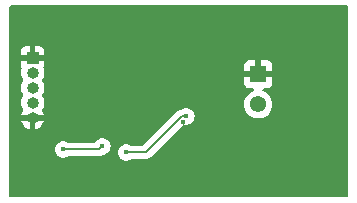
<source format=gbr>
%TF.GenerationSoftware,KiCad,Pcbnew,7.0.10*%
%TF.CreationDate,2024-05-03T14:58:40-07:00*%
%TF.ProjectId,ECE_196_proj_shem,4543455f-3139-4365-9f70-726f6a5f7368,rev?*%
%TF.SameCoordinates,Original*%
%TF.FileFunction,Copper,L2,Bot*%
%TF.FilePolarity,Positive*%
%FSLAX46Y46*%
G04 Gerber Fmt 4.6, Leading zero omitted, Abs format (unit mm)*
G04 Created by KiCad (PCBNEW 7.0.10) date 2024-05-03 14:58:40*
%MOMM*%
%LPD*%
G01*
G04 APERTURE LIST*
%TA.AperFunction,ComponentPad*%
%ADD10R,1.378000X1.378000*%
%TD*%
%TA.AperFunction,ComponentPad*%
%ADD11C,1.378000*%
%TD*%
%TA.AperFunction,ComponentPad*%
%ADD12R,1.000000X1.000000*%
%TD*%
%TA.AperFunction,ComponentPad*%
%ADD13O,1.000000X1.000000*%
%TD*%
%TA.AperFunction,ViaPad*%
%ADD14C,0.400000*%
%TD*%
%TA.AperFunction,ViaPad*%
%ADD15C,0.250000*%
%TD*%
%TA.AperFunction,Conductor*%
%ADD16C,0.127000*%
%TD*%
G04 APERTURE END LIST*
D10*
%TO.P,MK1,1*%
%TO.N,GND*%
X163322000Y-87630000D03*
D11*
%TO.P,MK1,2*%
%TO.N,Net-(C5-Pad2)*%
X163322000Y-90170000D03*
%TD*%
D12*
%TO.P,J1,1,Pin_1*%
%TO.N,GND*%
X144210000Y-86230000D03*
D13*
%TO.P,J1,2,Pin_2*%
%TO.N,/GAIN*%
X144210000Y-87500000D03*
%TO.P,J1,3,Pin_3*%
X144210000Y-88770000D03*
%TO.P,J1,4,Pin_4*%
%TO.N,/OUTPUT*%
X144210000Y-90040000D03*
%TO.P,J1,5,Pin_5*%
%TO.N,GND*%
X144210000Y-91310000D03*
%TD*%
D14*
%TO.N,GND*%
X151384000Y-93472000D03*
X154686000Y-84582000D03*
X146304000Y-96012000D03*
X146558000Y-86360000D03*
X160274000Y-85598000D03*
X156972000Y-91694000D03*
X156210000Y-90424000D03*
X148844000Y-93218000D03*
X152908000Y-93218000D03*
X148590000Y-85852000D03*
D15*
X159766000Y-92456000D03*
D14*
X154178000Y-95758000D03*
%TO.N,/GAIN*%
X157226000Y-91186000D03*
X152146000Y-94234000D03*
%TO.N,/OUTPUT*%
X146812000Y-93980000D03*
X150114000Y-93726000D03*
%TD*%
D16*
%TO.N,/GAIN*%
X157226000Y-91186000D02*
X156824512Y-91186000D01*
X156824512Y-91186000D02*
X153776512Y-94234000D01*
X153776512Y-94234000D02*
X152146000Y-94234000D01*
%TO.N,/OUTPUT*%
X149860000Y-93980000D02*
X150114000Y-93726000D01*
X146812000Y-93980000D02*
X149860000Y-93980000D01*
%TD*%
%TA.AperFunction,Conductor*%
%TO.N,GND*%
G36*
X170884539Y-81808185D02*
G01*
X170930294Y-81860989D01*
X170941500Y-81912500D01*
X170941500Y-97919500D01*
X170921815Y-97986539D01*
X170869011Y-98032294D01*
X170817500Y-98043500D01*
X142364500Y-98043500D01*
X142297461Y-98023815D01*
X142251706Y-97971011D01*
X142240500Y-97919500D01*
X142240500Y-93980000D01*
X146106355Y-93980000D01*
X146126859Y-94148869D01*
X146126860Y-94148874D01*
X146187182Y-94307931D01*
X146240925Y-94385790D01*
X146283817Y-94447929D01*
X146375872Y-94529482D01*
X146411150Y-94560736D01*
X146555028Y-94636249D01*
X146561775Y-94639790D01*
X146726944Y-94680500D01*
X146897056Y-94680500D01*
X147062225Y-94639790D01*
X147159615Y-94588674D01*
X147217673Y-94558204D01*
X147275299Y-94544000D01*
X149814906Y-94544000D01*
X149831089Y-94545060D01*
X149845699Y-94546984D01*
X149859999Y-94548867D01*
X149860000Y-94548867D01*
X149860001Y-94548867D01*
X149875344Y-94546846D01*
X150007234Y-94529483D01*
X150144433Y-94472653D01*
X150186596Y-94440299D01*
X150232405Y-94418279D01*
X150364225Y-94385790D01*
X150514852Y-94306734D01*
X150596952Y-94234000D01*
X151440355Y-94234000D01*
X151460859Y-94402869D01*
X151460860Y-94402874D01*
X151521182Y-94561931D01*
X151574925Y-94639790D01*
X151617817Y-94701929D01*
X151709872Y-94783482D01*
X151745150Y-94814736D01*
X151895773Y-94893789D01*
X151895775Y-94893790D01*
X152060944Y-94934500D01*
X152231056Y-94934500D01*
X152396225Y-94893790D01*
X152493615Y-94842674D01*
X152551673Y-94812204D01*
X152609299Y-94798000D01*
X153731418Y-94798000D01*
X153747601Y-94799060D01*
X153762211Y-94800984D01*
X153776511Y-94802867D01*
X153776512Y-94802867D01*
X153776513Y-94802867D01*
X153791856Y-94800846D01*
X153923746Y-94783483D01*
X154060945Y-94726653D01*
X154149180Y-94658949D01*
X154149180Y-94658948D01*
X154172118Y-94641348D01*
X154172118Y-94641347D01*
X154178762Y-94636250D01*
X154196521Y-94613104D01*
X154207202Y-94600925D01*
X156915544Y-91892583D01*
X156976865Y-91859100D01*
X157032896Y-91859868D01*
X157140944Y-91886500D01*
X157311056Y-91886500D01*
X157476225Y-91845790D01*
X157555692Y-91804081D01*
X157626849Y-91766736D01*
X157626850Y-91766734D01*
X157626852Y-91766734D01*
X157754183Y-91653929D01*
X157850818Y-91513930D01*
X157911140Y-91354872D01*
X157931645Y-91186000D01*
X157911140Y-91017128D01*
X157850818Y-90858070D01*
X157754183Y-90718071D01*
X157659316Y-90634026D01*
X157626849Y-90605263D01*
X157476226Y-90526210D01*
X157311056Y-90485500D01*
X157140944Y-90485500D01*
X156975773Y-90526210D01*
X156818508Y-90608750D01*
X156817637Y-90607090D01*
X156774409Y-90623728D01*
X156677278Y-90636517D01*
X156540079Y-90693346D01*
X156465097Y-90750882D01*
X156422260Y-90783751D01*
X156404505Y-90806889D01*
X156393813Y-90819080D01*
X153579214Y-93633681D01*
X153517891Y-93667166D01*
X153491533Y-93670000D01*
X152609299Y-93670000D01*
X152551673Y-93655796D01*
X152396226Y-93574210D01*
X152231056Y-93533500D01*
X152060944Y-93533500D01*
X151895773Y-93574210D01*
X151745150Y-93653263D01*
X151617816Y-93766072D01*
X151521182Y-93906068D01*
X151460860Y-94065125D01*
X151460859Y-94065130D01*
X151440355Y-94234000D01*
X150596952Y-94234000D01*
X150642183Y-94193929D01*
X150738818Y-94053930D01*
X150799140Y-93894872D01*
X150819645Y-93726000D01*
X150799140Y-93557128D01*
X150738818Y-93398070D01*
X150642183Y-93258071D01*
X150514852Y-93145266D01*
X150514849Y-93145263D01*
X150364226Y-93066210D01*
X150199056Y-93025500D01*
X150028944Y-93025500D01*
X149863773Y-93066210D01*
X149713150Y-93145263D01*
X149585816Y-93258072D01*
X149513776Y-93362440D01*
X149459493Y-93406430D01*
X149411726Y-93416000D01*
X147275299Y-93416000D01*
X147217673Y-93401796D01*
X147062226Y-93320210D01*
X146897056Y-93279500D01*
X146726944Y-93279500D01*
X146561773Y-93320210D01*
X146411150Y-93399263D01*
X146283816Y-93512072D01*
X146187182Y-93652068D01*
X146126860Y-93811125D01*
X146126859Y-93811130D01*
X146106355Y-93980000D01*
X142240500Y-93980000D01*
X142240500Y-91560000D01*
X143240840Y-91560000D01*
X143281652Y-91694541D01*
X143374503Y-91868253D01*
X143374507Y-91868260D01*
X143499471Y-92020528D01*
X143651739Y-92145491D01*
X143825465Y-92238349D01*
X143960000Y-92279159D01*
X143960000Y-91560000D01*
X143240840Y-91560000D01*
X142240500Y-91560000D01*
X142240500Y-90040000D01*
X143204659Y-90040000D01*
X143223975Y-90236129D01*
X143281188Y-90424733D01*
X143374086Y-90598532D01*
X143377473Y-90603601D01*
X143375955Y-90604615D01*
X143399918Y-90661042D01*
X143388124Y-90729909D01*
X143377515Y-90746420D01*
X143377893Y-90746673D01*
X143374505Y-90751742D01*
X143281652Y-90925458D01*
X143240839Y-91059999D01*
X143240840Y-91060000D01*
X143995517Y-91060000D01*
X143924199Y-91144993D01*
X143885000Y-91252694D01*
X143885000Y-91367306D01*
X143924199Y-91475007D01*
X143997871Y-91562805D01*
X144097129Y-91620112D01*
X144181564Y-91635000D01*
X144238436Y-91635000D01*
X144322871Y-91620112D01*
X144422129Y-91562805D01*
X144424483Y-91560000D01*
X144460000Y-91560000D01*
X144460000Y-92279159D01*
X144594534Y-92238349D01*
X144768260Y-92145491D01*
X144920528Y-92020528D01*
X145045492Y-91868260D01*
X145045496Y-91868253D01*
X145138347Y-91694541D01*
X145179160Y-91560000D01*
X144460000Y-91560000D01*
X144424483Y-91560000D01*
X144495801Y-91475007D01*
X144535000Y-91367306D01*
X144535000Y-91252694D01*
X144495801Y-91144993D01*
X144424483Y-91060000D01*
X145179160Y-91060000D01*
X145179160Y-91059999D01*
X145138347Y-90925458D01*
X145045496Y-90751746D01*
X145042110Y-90746678D01*
X145043784Y-90745559D01*
X145020081Y-90689746D01*
X145031874Y-90620879D01*
X145042839Y-90603818D01*
X145042523Y-90603607D01*
X145045904Y-90598544D01*
X145045910Y-90598538D01*
X145138814Y-90424727D01*
X145196024Y-90236132D01*
X145202537Y-90170000D01*
X162127404Y-90170000D01*
X162147743Y-90389501D01*
X162147743Y-90389503D01*
X162147744Y-90389506D01*
X162207219Y-90598541D01*
X162208073Y-90601541D01*
X162306330Y-90798868D01*
X162306335Y-90798876D01*
X162439184Y-90974796D01*
X162602094Y-91123307D01*
X162602096Y-91123309D01*
X162789519Y-91239356D01*
X162789525Y-91239359D01*
X162812670Y-91248325D01*
X162995083Y-91318993D01*
X163211777Y-91359500D01*
X163211779Y-91359500D01*
X163432221Y-91359500D01*
X163432223Y-91359500D01*
X163648917Y-91318993D01*
X163854477Y-91239358D01*
X164041905Y-91123308D01*
X164204817Y-90974794D01*
X164337666Y-90798874D01*
X164435928Y-90601538D01*
X164496256Y-90389506D01*
X164516596Y-90170000D01*
X164496256Y-89950494D01*
X164435928Y-89738462D01*
X164394501Y-89655266D01*
X164337669Y-89541131D01*
X164337664Y-89541123D01*
X164204815Y-89365203D01*
X164041905Y-89216692D01*
X164041903Y-89216690D01*
X163854480Y-89100643D01*
X163854474Y-89100641D01*
X163746021Y-89058625D01*
X163690622Y-89016054D01*
X163667031Y-88950287D01*
X163682742Y-88882207D01*
X163732766Y-88833428D01*
X163790817Y-88819000D01*
X164058828Y-88819000D01*
X164058844Y-88818999D01*
X164118372Y-88812598D01*
X164118379Y-88812596D01*
X164253086Y-88762354D01*
X164253093Y-88762350D01*
X164368187Y-88676190D01*
X164368190Y-88676187D01*
X164454350Y-88561093D01*
X164454354Y-88561086D01*
X164504596Y-88426379D01*
X164504598Y-88426372D01*
X164510999Y-88366844D01*
X164511000Y-88366827D01*
X164511000Y-87880000D01*
X163679957Y-87880000D01*
X163731503Y-87790718D01*
X163760683Y-87662875D01*
X163750883Y-87532110D01*
X163702976Y-87410044D01*
X163679017Y-87380000D01*
X164511000Y-87380000D01*
X164511000Y-86893172D01*
X164510999Y-86893155D01*
X164504598Y-86833627D01*
X164504596Y-86833620D01*
X164454354Y-86698913D01*
X164454350Y-86698906D01*
X164368190Y-86583812D01*
X164368187Y-86583809D01*
X164253093Y-86497649D01*
X164253086Y-86497645D01*
X164118379Y-86447403D01*
X164118372Y-86447401D01*
X164058844Y-86441000D01*
X163572000Y-86441000D01*
X163572000Y-87273965D01*
X163512871Y-87233652D01*
X163387566Y-87195000D01*
X163289404Y-87195000D01*
X163192333Y-87209631D01*
X163074188Y-87266527D01*
X163072000Y-87268557D01*
X163072000Y-86441000D01*
X162585155Y-86441000D01*
X162525627Y-86447401D01*
X162525620Y-86447403D01*
X162390913Y-86497645D01*
X162390906Y-86497649D01*
X162275812Y-86583809D01*
X162275809Y-86583812D01*
X162189649Y-86698906D01*
X162189645Y-86698913D01*
X162139403Y-86833620D01*
X162139401Y-86833627D01*
X162133000Y-86893155D01*
X162133000Y-87380000D01*
X162964043Y-87380000D01*
X162912497Y-87469282D01*
X162883317Y-87597125D01*
X162893117Y-87727890D01*
X162941024Y-87849956D01*
X162964983Y-87880000D01*
X162133000Y-87880000D01*
X162133000Y-88366844D01*
X162139401Y-88426372D01*
X162139403Y-88426379D01*
X162189645Y-88561086D01*
X162189649Y-88561093D01*
X162275809Y-88676187D01*
X162275812Y-88676190D01*
X162390906Y-88762350D01*
X162390913Y-88762354D01*
X162525620Y-88812596D01*
X162525627Y-88812598D01*
X162585155Y-88818999D01*
X162585172Y-88819000D01*
X162853183Y-88819000D01*
X162920222Y-88838685D01*
X162965977Y-88891489D01*
X162975921Y-88960647D01*
X162946896Y-89024203D01*
X162897979Y-89058625D01*
X162817859Y-89089664D01*
X162789525Y-89100641D01*
X162789519Y-89100643D01*
X162602096Y-89216690D01*
X162602094Y-89216692D01*
X162439184Y-89365203D01*
X162306335Y-89541123D01*
X162306330Y-89541131D01*
X162208073Y-89738458D01*
X162147743Y-89950498D01*
X162127404Y-90169999D01*
X162127404Y-90170000D01*
X145202537Y-90170000D01*
X145215341Y-90040000D01*
X145196024Y-89843868D01*
X145138814Y-89655273D01*
X145045910Y-89481462D01*
X145045907Y-89481458D01*
X145042523Y-89476393D01*
X145044164Y-89475296D01*
X145020405Y-89419361D01*
X145032194Y-89350493D01*
X145042888Y-89333851D01*
X145042523Y-89333607D01*
X145045904Y-89328544D01*
X145045910Y-89328538D01*
X145138814Y-89154727D01*
X145196024Y-88966132D01*
X145215341Y-88770000D01*
X145196024Y-88573868D01*
X145138814Y-88385273D01*
X145128963Y-88366844D01*
X145125986Y-88361275D01*
X145045910Y-88211462D01*
X145045907Y-88211458D01*
X145042523Y-88206393D01*
X145044164Y-88205296D01*
X145020405Y-88149361D01*
X145032194Y-88080493D01*
X145042888Y-88063851D01*
X145042523Y-88063607D01*
X145045904Y-88058544D01*
X145045910Y-88058538D01*
X145138814Y-87884727D01*
X145196024Y-87696132D01*
X145215341Y-87500000D01*
X145196024Y-87303868D01*
X145138814Y-87115273D01*
X145137419Y-87112663D01*
X145137100Y-87111135D01*
X145136482Y-87109641D01*
X145136765Y-87109523D01*
X145123174Y-87044261D01*
X145147512Y-86979890D01*
X145153351Y-86972089D01*
X145203597Y-86837376D01*
X145203598Y-86837372D01*
X145209999Y-86777844D01*
X145210000Y-86777827D01*
X145210000Y-86480000D01*
X144424483Y-86480000D01*
X144495801Y-86395007D01*
X144535000Y-86287306D01*
X144535000Y-86172694D01*
X144495801Y-86064993D01*
X144422129Y-85977195D01*
X144322871Y-85919888D01*
X144238436Y-85905000D01*
X144181564Y-85905000D01*
X144097129Y-85919888D01*
X143997871Y-85977195D01*
X143924199Y-86064993D01*
X143885000Y-86172694D01*
X143885000Y-86287306D01*
X143924199Y-86395007D01*
X143995517Y-86480000D01*
X143210000Y-86480000D01*
X143210000Y-86777844D01*
X143216401Y-86837372D01*
X143216402Y-86837376D01*
X143266648Y-86972091D01*
X143272490Y-86979894D01*
X143296908Y-87045359D01*
X143283251Y-87109535D01*
X143283517Y-87109646D01*
X143282921Y-87111082D01*
X143282589Y-87112647D01*
X143281188Y-87115268D01*
X143223975Y-87303870D01*
X143204659Y-87500000D01*
X143223975Y-87696129D01*
X143281188Y-87884733D01*
X143374086Y-88058532D01*
X143377473Y-88063601D01*
X143375836Y-88064694D01*
X143399596Y-88120663D01*
X143387795Y-88189529D01*
X143377109Y-88206156D01*
X143377473Y-88206399D01*
X143374086Y-88211467D01*
X143281188Y-88385266D01*
X143223975Y-88573870D01*
X143204659Y-88770000D01*
X143223975Y-88966129D01*
X143239120Y-89016054D01*
X143264779Y-89100642D01*
X143281188Y-89154733D01*
X143374086Y-89328532D01*
X143377473Y-89333601D01*
X143375836Y-89334694D01*
X143399596Y-89390663D01*
X143387795Y-89459529D01*
X143377109Y-89476156D01*
X143377473Y-89476399D01*
X143374086Y-89481467D01*
X143281188Y-89655266D01*
X143223975Y-89843870D01*
X143204659Y-90040000D01*
X142240500Y-90040000D01*
X142240500Y-85980000D01*
X143210000Y-85980000D01*
X143960000Y-85980000D01*
X143960000Y-85230000D01*
X144460000Y-85230000D01*
X144460000Y-85980000D01*
X145210000Y-85980000D01*
X145210000Y-85682172D01*
X145209999Y-85682155D01*
X145203598Y-85622627D01*
X145203596Y-85622620D01*
X145153354Y-85487913D01*
X145153350Y-85487906D01*
X145067190Y-85372812D01*
X145067187Y-85372809D01*
X144952093Y-85286649D01*
X144952086Y-85286645D01*
X144817379Y-85236403D01*
X144817372Y-85236401D01*
X144757844Y-85230000D01*
X144460000Y-85230000D01*
X143960000Y-85230000D01*
X143662155Y-85230000D01*
X143602627Y-85236401D01*
X143602620Y-85236403D01*
X143467913Y-85286645D01*
X143467906Y-85286649D01*
X143352812Y-85372809D01*
X143352809Y-85372812D01*
X143266649Y-85487906D01*
X143266645Y-85487913D01*
X143216403Y-85622620D01*
X143216401Y-85622627D01*
X143210000Y-85682155D01*
X143210000Y-85980000D01*
X142240500Y-85980000D01*
X142240500Y-81912500D01*
X142260185Y-81845461D01*
X142312989Y-81799706D01*
X142364500Y-81788500D01*
X170817500Y-81788500D01*
X170884539Y-81808185D01*
G37*
%TD.AperFunction*%
%TD*%
M02*

</source>
